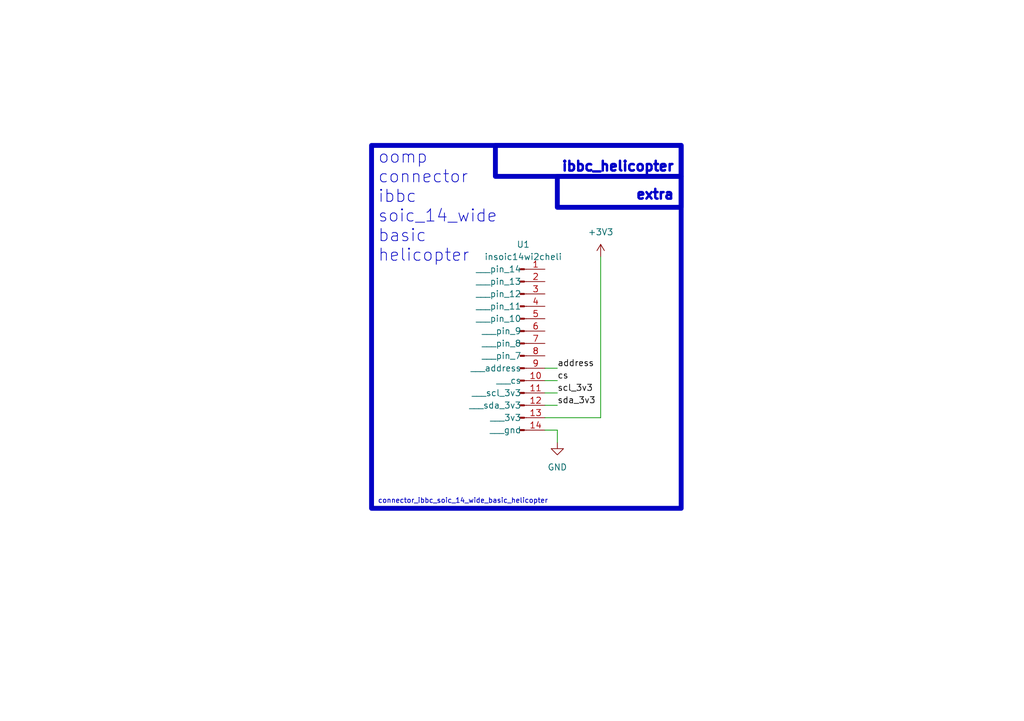
<source format=kicad_sch>
(kicad_sch (version 20230121) (generator eeschema)
  (paper "A5")
  (lib_symbols
    (symbol "oomlout_oomp_part_symbols:insoic14wi2cheli_electronic_interposer_soic_14_wide_i2c_helicopter" (pin_names (offset 1.016))
      (property "Reference" "U" (at 0 17.78 0))
      (property "Value" "insoic14wi2cheli_electronic_interposer_soic_14_wide_i2c_helicopter" (at 0 -20.32 0))
      (symbol "insoic14wi2cheli_electronic_interposer_soic_14_wide_i2c_helicopter_1_1"
        (polyline (pts (xy 1.27 -17.78) (xy 0.8636 -17.78)) (stroke (width 0.1524)))
        (polyline (pts (xy 1.27 -15.24) (xy 0.8636 -15.24)) (stroke (width 0.1524)))
        (polyline (pts (xy 1.27 -12.7) (xy 0.8636 -12.7)) (stroke (width 0.1524)))
        (polyline (pts (xy 1.27 -10.16) (xy 0.8636 -10.16)) (stroke (width 0.1524)))
        (polyline (pts (xy 1.27 -7.62) (xy 0.8636 -7.62)) (stroke (width 0.1524)))
        (polyline (pts (xy 1.27 -5.08) (xy 0.8636 -5.08)) (stroke (width 0.1524)))
        (polyline (pts (xy 1.27 -2.54) (xy 0.8636 -2.54)) (stroke (width 0.1524)))
        (polyline (pts (xy 1.27 0) (xy 0.8636 0)) (stroke (width 0.1524)))
        (polyline (pts (xy 1.27 2.54) (xy 0.8636 2.54)) (stroke (width 0.1524)))
        (polyline (pts (xy 1.27 5.08) (xy 0.8636 5.08)) (stroke (width 0.1524)))
        (polyline (pts (xy 1.27 7.62) (xy 0.8636 7.62)) (stroke (width 0.1524)))
        (polyline (pts (xy 1.27 10.16) (xy 0.8636 10.16)) (stroke (width 0.1524)))
        (polyline (pts (xy 1.27 12.7) (xy 0.8636 12.7)) (stroke (width 0.1524)))
        (polyline (pts (xy 1.27 15.24) (xy 0.8636 15.24)) (stroke (width 0.1524)))
        (rectangle (start 0.8636 -17.653) (end 0 -17.907) (stroke (width 0.1524)) (fill (type outline)))
        (rectangle (start 0.8636 -15.113) (end 0 -15.367) (stroke (width 0.1524)) (fill (type outline)))
        (rectangle (start 0.8636 -12.573) (end 0 -12.827) (stroke (width 0.1524)) (fill (type outline)))
        (rectangle (start 0.8636 -10.033) (end 0 -10.287) (stroke (width 0.1524)) (fill (type outline)))
        (rectangle (start 0.8636 -7.493) (end 0 -7.747) (stroke (width 0.1524)) (fill (type outline)))
        (rectangle (start 0.8636 -4.953) (end 0 -5.207) (stroke (width 0.1524)) (fill (type outline)))
        (rectangle (start 0.8636 -2.413) (end 0 -2.667) (stroke (width 0.1524)) (fill (type outline)))
        (rectangle (start 0.8636 0.127) (end 0 -0.127) (stroke (width 0.1524)) (fill (type outline)))
        (rectangle (start 0.8636 2.667) (end 0 2.413) (stroke (width 0.1524)) (fill (type outline)))
        (rectangle (start 0.8636 5.207) (end 0 4.953) (stroke (width 0.1524)) (fill (type outline)))
        (rectangle (start 0.8636 7.747) (end 0 7.493) (stroke (width 0.1524)) (fill (type outline)))
        (rectangle (start 0.8636 10.287) (end 0 10.033) (stroke (width 0.1524)) (fill (type outline)))
        (rectangle (start 0.8636 12.827) (end 0 12.573) (stroke (width 0.1524)) (fill (type outline)))
        (rectangle (start 0.8636 15.367) (end 0 15.113) (stroke (width 0.1524)) (fill (type outline)))
        (pin passive line (at 5.08 15.24 180) (length 3.81) (name "___pin_14") (number "1"))
        (pin passive line (at 5.08 -7.62 180) (length 3.81) (name "___cs") (number "10"))
        (pin passive line (at 5.08 -10.16 180) (length 3.81) (name "___scl_3v3") (number "11"))
        (pin passive line (at 5.08 -12.7 180) (length 3.81) (name "___sda_3v3") (number "12"))
        (pin passive line (at 5.08 -15.24 180) (length 3.81) (name "___3v3") (number "13"))
        (pin passive line (at 5.08 -17.78 180) (length 3.81) (name "___gnd") (number "14"))
        (pin passive line (at 5.08 12.7 180) (length 3.81) (name "___pin_13") (number "2"))
        (pin passive line (at 5.08 10.16 180) (length 3.81) (name "___pin_12") (number "3"))
        (pin passive line (at 5.08 7.62 180) (length 3.81) (name "___pin_11") (number "4"))
        (pin passive line (at 5.08 5.08 180) (length 3.81) (name "___pin_10") (number "5"))
        (pin passive line (at 5.08 2.54 180) (length 3.81) (name "___pin_9") (number "6"))
        (pin passive line (at 5.08 0 180) (length 3.81) (name "___pin_8") (number "7"))
        (pin passive line (at 5.08 -2.54 180) (length 3.81) (name "___pin_7") (number "8"))
        (pin passive line (at 5.08 -5.08 180) (length 3.81) (name "___address") (number "9"))
      )
    )
    (symbol "power:+3V3" (power) (pin_names (offset 0))
      (property "Value" "+3V3" (at 0 3.556 0))
      (symbol "+3V3_0_1"
        (polyline (pts (xy -0.762 1.27) (xy 0 2.54)))
        (polyline (pts (xy 0 0) (xy 0 2.54)))
        (polyline (pts (xy 0 2.54) (xy 0.762 1.27)))
      )
      (symbol "+3V3_1_1"
        (pin power_in line (at 0 0 90) (length 0) hide (name "+3V3") (number "1"))
      )
    )
    (symbol "power:GND" (power) (pin_names (offset 0))
      (property "Value" "GND" (at 0 -3.81 0))
      (symbol "GND_0_1"
        (polyline (pts (xy 0 0) (xy 0 -1.27) (xy 1.27 -1.27) (xy 0 -2.54) (xy -1.27 -1.27) (xy 0 -1.27)))
      )
      (symbol "GND_1_1"
        (pin power_in line (at 0 0 270) (length 0) hide (name "GND") (number "1"))
      )
    )
  )
  (wire (pts (xy 123.19 85.725) (xy 111.76 85.725)))
  (wire (pts (xy 111.76 78.105) (xy 114.3 78.105)))
  (wire (pts (xy 111.76 75.565) (xy 114.3 75.565)))
  (wire (pts (xy 123.19 52.705) (xy 123.19 85.725)))
  (wire (pts (xy 111.76 83.185) (xy 114.3 83.185)))
  (wire (pts (xy 114.3 88.265) (xy 111.76 88.265)))
  (wire (pts (xy 114.3 90.805) (xy 114.3 88.265)))
  (wire (pts (xy 111.76 80.645) (xy 114.3 80.645)))
  (rectangle (start 114.3 36.195) (end 139.7 42.545) (stroke (width 1)))
  (rectangle (start 76.2 29.845) (end 139.7 104.3182) (stroke (width 1)))
  (rectangle (start 101.6 29.845) (end 139.7 36.195) (stroke (width 1)))
  (text "ibbc_helicopter\n\n" (at 138.43 38.735 0) (effects (font (size 2 2) (thickness 0.8) bold) (justify right bottom)))
  (text "oomp\nconnector\nibbc\nsoic_14_wide\nbasic\nhelicopter\n" (at 77.47 53.975 0) (effects (font (size 2.5 2.5)) (justify left bottom)))
  (text "extra" (at 138.43 41.275 0) (effects (font (size 2 2) (thickness 0.8) bold) (justify right bottom)))
  (text "connector_ibbc_soic_14_wide_basic_helicopter" (at 77.47 103.505 0) (effects (font (size 1 1)) (justify left bottom)))
  (label "cs" (at 114.3 78.105 0))
  (label "address" (at 114.3 75.565 0))
  (label "sda_3v3" (at 114.3 83.185 0))
  (label "scl_3v3" (at 114.3 80.645 0))
  (symbol (lib_id "oomlout_oomp_part_symbols:insoic14wi2cheli_electronic_interposer_soic_14_wide_i2c_helicopter") (at 106.68 70.485 0) (unit 1)
    (property "Reference" "U1" (at 107.315 50.165 0))
    (property "Value" "insoic14wi2cheli" (at 107.315 52.705 0))
    (property "Footprint" "oomlout_oomp_part_footprints:insoic14wi2cheli_electronic_interposer_soic_14_wide_i2c_helicopter" (effects hide))
    (property "Datasheet" "https://github.com/oomlout/oomlout_oomp_v3/parts/electronic_interposer_soic_14_wide_i2c_helicopter/datasheet.pdf" (effects hide))
  )
  (symbol (lib_id "power:GND") (at 114.3 90.805 0) (unit 1)
    (property "Reference" "#PWR06" (effects hide))
    (property "Value" "GND" (at 114.3 95.885 0))
  )
  (symbol (lib_id "power:+3V3") (at 123.19 52.705 0) (unit 1)
    (property "Reference" "#PWR05" (effects hide))
    (property "Value" "+3V3" (at 123.19 47.625 0))
  )
)
</source>
